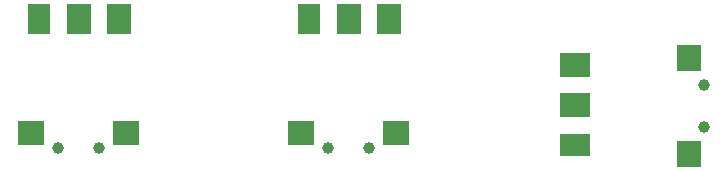
<source format=gtp>
G04 MADE WITH FRITZING*
G04 WWW.FRITZING.ORG*
G04 DOUBLE SIDED*
G04 HOLES PLATED*
G04 CONTOUR ON CENTER OF CONTOUR VECTOR*
%ASAXBY*%
%FSLAX23Y23*%
%MOIN*%
%OFA0B0*%
%SFA1.0B1.0*%
%ADD10C,0.039361*%
%ADD11R,0.088792X0.078736*%
%ADD12R,0.078750X0.098417*%
%ADD13R,0.088778X0.078736*%
%ADD14R,0.078208X0.098417*%
%ADD15R,0.078736X0.088792*%
%ADD16R,0.098417X0.078750*%
%ADD17R,0.078736X0.088778*%
%ADD18R,0.098417X0.078208*%
%ADD19R,0.001000X0.001000*%
%LNPASTEMASK1*%
G90*
G70*
G54D10*
X1364Y88D03*
X1503Y88D03*
X2620Y161D03*
X2620Y300D03*
X464Y88D03*
X603Y88D03*
G54D11*
X1592Y139D03*
G54D12*
X1435Y521D03*
G54D13*
X1274Y139D03*
G54D12*
X1570Y521D03*
G54D14*
X1301Y521D03*
G54D15*
X2569Y389D03*
G54D16*
X2187Y232D03*
G54D17*
X2569Y71D03*
G54D16*
X2187Y367D03*
G54D18*
X2187Y98D03*
G54D11*
X692Y139D03*
G54D12*
X535Y521D03*
G54D13*
X374Y139D03*
G54D12*
X670Y521D03*
G54D14*
X401Y521D03*
G54D19*
D02*
G04 End of PasteMask1*
M02*
</source>
